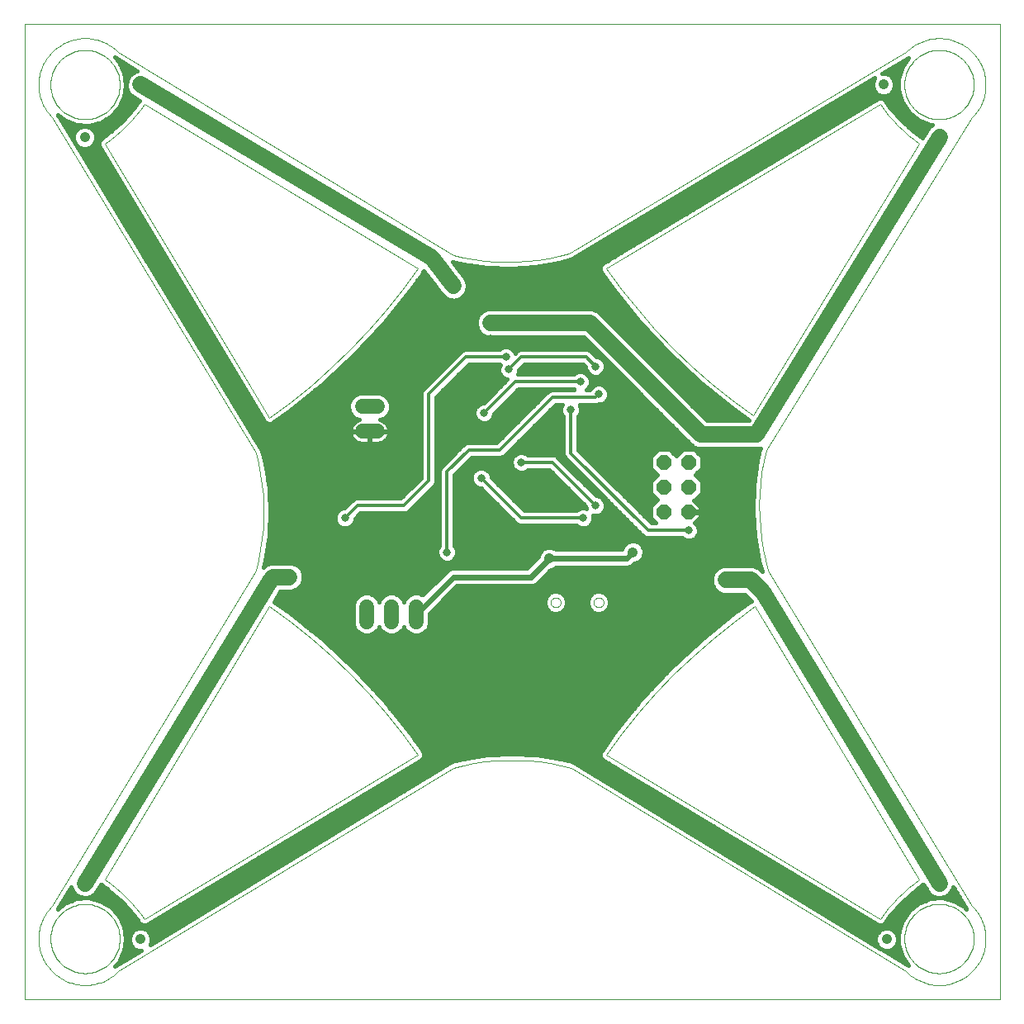
<source format=gbl>
G75*
G70*
%OFA0B0*%
%FSLAX24Y24*%
%IPPOS*%
%LPD*%
%AMOC8*
5,1,8,0,0,1.08239X$1,22.5*
%
%ADD10C,0.0020*%
%ADD11C,0.0000*%
%ADD12C,0.0600*%
%ADD13OC8,0.0600*%
%ADD14C,0.0317*%
%ADD15C,0.0356*%
%ADD16C,0.0591*%
%ADD17C,0.0413*%
%ADD18C,0.0160*%
%ADD19C,0.0120*%
%ADD20C,0.0660*%
%ADD21C,0.0240*%
D10*
X016086Y010084D02*
X015454Y010945D01*
X014786Y011778D01*
X014082Y012581D01*
X013343Y013352D01*
X012572Y014091D01*
X011769Y014795D01*
X010936Y015463D01*
X010075Y016095D01*
X003446Y005046D01*
X005037Y003455D02*
X016086Y010084D01*
X017500Y009554D02*
X003977Y001334D01*
X001325Y001334D02*
X001262Y001401D01*
X001202Y001471D01*
X001145Y001543D01*
X001092Y001618D01*
X001043Y001696D01*
X000997Y001776D01*
X000956Y001858D01*
X000919Y001942D01*
X000886Y002028D01*
X000857Y002116D01*
X000832Y002204D01*
X000812Y002294D01*
X000796Y002385D01*
X000785Y002476D01*
X000778Y002568D01*
X000776Y002660D01*
X000778Y002752D01*
X000785Y002844D01*
X000796Y002935D01*
X000812Y003026D01*
X000832Y003116D01*
X000857Y003204D01*
X000886Y003292D01*
X000919Y003378D01*
X000956Y003462D01*
X000997Y003544D01*
X001043Y003624D01*
X001092Y003702D01*
X001145Y003777D01*
X001202Y003849D01*
X001262Y003919D01*
X001325Y003986D01*
X009545Y017509D01*
X009545Y022282D02*
X001325Y035805D01*
X001253Y037131D02*
X001255Y037205D01*
X001261Y037280D01*
X001271Y037353D01*
X001285Y037427D01*
X001302Y037499D01*
X001324Y037570D01*
X001349Y037640D01*
X001378Y037709D01*
X001410Y037776D01*
X001447Y037841D01*
X001486Y037904D01*
X001529Y037965D01*
X001575Y038023D01*
X001624Y038079D01*
X001676Y038133D01*
X001730Y038183D01*
X001788Y038231D01*
X001847Y038275D01*
X001909Y038316D01*
X001974Y038354D01*
X002040Y038388D01*
X002107Y038419D01*
X002177Y038446D01*
X002247Y038469D01*
X002319Y038489D01*
X002392Y038505D01*
X002465Y038517D01*
X002539Y038525D01*
X002614Y038529D01*
X002688Y038529D01*
X002763Y038525D01*
X002837Y038517D01*
X002910Y038505D01*
X002983Y038489D01*
X003055Y038469D01*
X003125Y038446D01*
X003195Y038419D01*
X003262Y038388D01*
X003328Y038354D01*
X003393Y038316D01*
X003455Y038275D01*
X003514Y038231D01*
X003572Y038183D01*
X003626Y038133D01*
X003678Y038079D01*
X003727Y038023D01*
X003773Y037965D01*
X003816Y037904D01*
X003855Y037841D01*
X003892Y037776D01*
X003924Y037709D01*
X003953Y037640D01*
X003978Y037570D01*
X004000Y037499D01*
X004017Y037427D01*
X004031Y037353D01*
X004041Y037280D01*
X004047Y037205D01*
X004049Y037131D01*
X004047Y037057D01*
X004041Y036982D01*
X004031Y036909D01*
X004017Y036835D01*
X004000Y036763D01*
X003978Y036692D01*
X003953Y036622D01*
X003924Y036553D01*
X003892Y036486D01*
X003855Y036421D01*
X003816Y036358D01*
X003773Y036297D01*
X003727Y036239D01*
X003678Y036183D01*
X003626Y036129D01*
X003572Y036079D01*
X003514Y036031D01*
X003455Y035987D01*
X003393Y035946D01*
X003328Y035908D01*
X003262Y035874D01*
X003195Y035843D01*
X003125Y035816D01*
X003055Y035793D01*
X002983Y035773D01*
X002910Y035757D01*
X002837Y035745D01*
X002763Y035737D01*
X002688Y035733D01*
X002614Y035733D01*
X002539Y035737D01*
X002465Y035745D01*
X002392Y035757D01*
X002319Y035773D01*
X002247Y035793D01*
X002177Y035816D01*
X002107Y035843D01*
X002040Y035874D01*
X001974Y035908D01*
X001909Y035946D01*
X001847Y035987D01*
X001788Y036031D01*
X001730Y036079D01*
X001676Y036129D01*
X001624Y036183D01*
X001575Y036239D01*
X001529Y036297D01*
X001486Y036358D01*
X001447Y036421D01*
X001410Y036486D01*
X001378Y036553D01*
X001349Y036622D01*
X001324Y036692D01*
X001302Y036763D01*
X001285Y036835D01*
X001271Y036909D01*
X001261Y036982D01*
X001255Y037057D01*
X001253Y037131D01*
X001325Y038457D02*
X001390Y038518D01*
X001457Y038577D01*
X001527Y038632D01*
X001600Y038684D01*
X001675Y038732D01*
X001752Y038777D01*
X001832Y038818D01*
X001913Y038855D01*
X001996Y038888D01*
X002080Y038917D01*
X002166Y038942D01*
X002252Y038963D01*
X002340Y038980D01*
X002428Y038993D01*
X002517Y039001D01*
X002606Y039005D01*
X002696Y039005D01*
X002785Y039001D01*
X002874Y038993D01*
X002962Y038980D01*
X003050Y038963D01*
X003136Y038942D01*
X003222Y038917D01*
X003306Y038888D01*
X003389Y038855D01*
X003470Y038818D01*
X003550Y038777D01*
X003627Y038732D01*
X003702Y038684D01*
X003775Y038632D01*
X003845Y038577D01*
X003912Y038518D01*
X003977Y038457D01*
X017500Y030237D01*
X016086Y029707D02*
X005037Y036336D01*
X003446Y034745D02*
X010075Y023696D01*
X009545Y022281D02*
X009648Y021855D01*
X009731Y021424D01*
X009794Y020990D01*
X009836Y020553D01*
X009856Y020114D01*
X009856Y019676D01*
X009836Y019237D01*
X009794Y018800D01*
X009731Y018366D01*
X009648Y017935D01*
X009545Y017509D01*
X022273Y009554D02*
X035796Y001334D01*
X035861Y001273D01*
X035928Y001214D01*
X035998Y001159D01*
X036071Y001107D01*
X036146Y001059D01*
X036223Y001014D01*
X036303Y000973D01*
X036384Y000936D01*
X036467Y000903D01*
X036551Y000874D01*
X036637Y000849D01*
X036723Y000828D01*
X036811Y000811D01*
X036899Y000798D01*
X036988Y000790D01*
X037077Y000786D01*
X037167Y000786D01*
X037256Y000790D01*
X037345Y000798D01*
X037433Y000811D01*
X037521Y000828D01*
X037607Y000849D01*
X037693Y000874D01*
X037777Y000903D01*
X037860Y000936D01*
X037941Y000973D01*
X038021Y001014D01*
X038098Y001059D01*
X038173Y001107D01*
X038246Y001159D01*
X038316Y001214D01*
X038383Y001273D01*
X038448Y001334D01*
X038509Y001399D01*
X038568Y001466D01*
X038623Y001536D01*
X038675Y001609D01*
X038723Y001684D01*
X038768Y001761D01*
X038809Y001841D01*
X038846Y001922D01*
X038879Y002005D01*
X038908Y002089D01*
X038933Y002175D01*
X038954Y002261D01*
X038971Y002349D01*
X038984Y002437D01*
X038992Y002526D01*
X038996Y002615D01*
X038996Y002705D01*
X038992Y002794D01*
X038984Y002883D01*
X038971Y002971D01*
X038954Y003059D01*
X038933Y003145D01*
X038908Y003231D01*
X038879Y003315D01*
X038846Y003398D01*
X038809Y003479D01*
X038768Y003559D01*
X038723Y003636D01*
X038675Y003711D01*
X038623Y003784D01*
X038568Y003854D01*
X038509Y003921D01*
X038448Y003986D01*
X030228Y017509D01*
X029698Y016095D02*
X036327Y005046D01*
X034736Y003455D02*
X023687Y010084D01*
X022273Y009554D02*
X021846Y009657D01*
X021415Y009740D01*
X020981Y009803D01*
X020544Y009845D01*
X020105Y009865D01*
X019667Y009865D01*
X019228Y009845D01*
X018791Y009803D01*
X018357Y009740D01*
X017926Y009657D01*
X017499Y009554D01*
X029609Y023785D02*
X036327Y034745D01*
X034736Y036336D02*
X023687Y029707D01*
X022185Y030325D02*
X035796Y038457D01*
X035724Y037131D02*
X035726Y037205D01*
X035732Y037280D01*
X035742Y037353D01*
X035756Y037427D01*
X035773Y037499D01*
X035795Y037570D01*
X035820Y037640D01*
X035849Y037709D01*
X035881Y037776D01*
X035918Y037841D01*
X035957Y037904D01*
X036000Y037965D01*
X036046Y038023D01*
X036095Y038079D01*
X036147Y038133D01*
X036201Y038183D01*
X036259Y038231D01*
X036318Y038275D01*
X036380Y038316D01*
X036445Y038354D01*
X036511Y038388D01*
X036578Y038419D01*
X036648Y038446D01*
X036718Y038469D01*
X036790Y038489D01*
X036863Y038505D01*
X036936Y038517D01*
X037010Y038525D01*
X037085Y038529D01*
X037159Y038529D01*
X037234Y038525D01*
X037308Y038517D01*
X037381Y038505D01*
X037454Y038489D01*
X037526Y038469D01*
X037596Y038446D01*
X037666Y038419D01*
X037733Y038388D01*
X037799Y038354D01*
X037864Y038316D01*
X037926Y038275D01*
X037985Y038231D01*
X038043Y038183D01*
X038097Y038133D01*
X038149Y038079D01*
X038198Y038023D01*
X038244Y037965D01*
X038287Y037904D01*
X038326Y037841D01*
X038363Y037776D01*
X038395Y037709D01*
X038424Y037640D01*
X038449Y037570D01*
X038471Y037499D01*
X038488Y037427D01*
X038502Y037353D01*
X038512Y037280D01*
X038518Y037205D01*
X038520Y037131D01*
X038518Y037057D01*
X038512Y036982D01*
X038502Y036909D01*
X038488Y036835D01*
X038471Y036763D01*
X038449Y036692D01*
X038424Y036622D01*
X038395Y036553D01*
X038363Y036486D01*
X038326Y036421D01*
X038287Y036358D01*
X038244Y036297D01*
X038198Y036239D01*
X038149Y036183D01*
X038097Y036129D01*
X038043Y036079D01*
X037985Y036031D01*
X037926Y035987D01*
X037864Y035946D01*
X037799Y035908D01*
X037733Y035874D01*
X037666Y035843D01*
X037596Y035816D01*
X037526Y035793D01*
X037454Y035773D01*
X037381Y035757D01*
X037308Y035745D01*
X037234Y035737D01*
X037159Y035733D01*
X037085Y035733D01*
X037010Y035737D01*
X036936Y035745D01*
X036863Y035757D01*
X036790Y035773D01*
X036718Y035793D01*
X036648Y035816D01*
X036578Y035843D01*
X036511Y035874D01*
X036445Y035908D01*
X036380Y035946D01*
X036318Y035987D01*
X036259Y036031D01*
X036201Y036079D01*
X036147Y036129D01*
X036095Y036183D01*
X036046Y036239D01*
X036000Y036297D01*
X035957Y036358D01*
X035918Y036421D01*
X035881Y036486D01*
X035849Y036553D01*
X035820Y036622D01*
X035795Y036692D01*
X035773Y036763D01*
X035756Y036835D01*
X035742Y036909D01*
X035732Y036982D01*
X035726Y037057D01*
X035724Y037131D01*
X035796Y038457D02*
X035863Y038520D01*
X035933Y038580D01*
X036005Y038637D01*
X036080Y038690D01*
X036158Y038739D01*
X036238Y038785D01*
X036320Y038826D01*
X036404Y038863D01*
X036490Y038896D01*
X036578Y038925D01*
X036666Y038950D01*
X036756Y038970D01*
X036847Y038986D01*
X036938Y038997D01*
X037030Y039004D01*
X037122Y039006D01*
X037214Y039004D01*
X037306Y038997D01*
X037397Y038986D01*
X037488Y038970D01*
X037578Y038950D01*
X037666Y038925D01*
X037754Y038896D01*
X037840Y038863D01*
X037924Y038826D01*
X038006Y038785D01*
X038086Y038739D01*
X038164Y038690D01*
X038239Y038637D01*
X038311Y038580D01*
X038381Y038520D01*
X038448Y038457D01*
X038509Y038392D01*
X038568Y038325D01*
X038623Y038255D01*
X038675Y038182D01*
X038723Y038107D01*
X038768Y038030D01*
X038809Y037950D01*
X038846Y037869D01*
X038879Y037786D01*
X038908Y037702D01*
X038933Y037616D01*
X038954Y037530D01*
X038971Y037442D01*
X038984Y037354D01*
X038992Y037265D01*
X038996Y037176D01*
X038996Y037086D01*
X038992Y036997D01*
X038984Y036908D01*
X038971Y036820D01*
X038954Y036732D01*
X038933Y036646D01*
X038908Y036560D01*
X038879Y036476D01*
X038846Y036393D01*
X038809Y036312D01*
X038768Y036232D01*
X038723Y036155D01*
X038675Y036080D01*
X038623Y036007D01*
X038568Y035937D01*
X038509Y035870D01*
X038448Y035805D01*
X036327Y034745D02*
X036099Y034912D01*
X035878Y035089D01*
X035666Y035275D01*
X035462Y035471D01*
X035266Y035675D01*
X035080Y035887D01*
X034903Y036108D01*
X034736Y036336D01*
X023687Y029706D02*
X024309Y028858D01*
X024968Y028037D01*
X025662Y027246D01*
X026389Y026486D01*
X027149Y025759D01*
X027940Y025065D01*
X028761Y024406D01*
X029609Y023784D01*
X030139Y022371D02*
X030042Y021934D01*
X029965Y021494D01*
X029910Y021050D01*
X029875Y020605D01*
X029862Y020158D01*
X029870Y019711D01*
X029900Y019265D01*
X029950Y018821D01*
X030022Y018379D01*
X030114Y017942D01*
X030228Y017509D01*
X035724Y002660D02*
X035726Y002734D01*
X035732Y002809D01*
X035742Y002882D01*
X035756Y002956D01*
X035773Y003028D01*
X035795Y003099D01*
X035820Y003169D01*
X035849Y003238D01*
X035881Y003305D01*
X035918Y003370D01*
X035957Y003433D01*
X036000Y003494D01*
X036046Y003552D01*
X036095Y003608D01*
X036147Y003662D01*
X036201Y003712D01*
X036259Y003760D01*
X036318Y003804D01*
X036380Y003845D01*
X036445Y003883D01*
X036511Y003917D01*
X036578Y003948D01*
X036648Y003975D01*
X036718Y003998D01*
X036790Y004018D01*
X036863Y004034D01*
X036936Y004046D01*
X037010Y004054D01*
X037085Y004058D01*
X037159Y004058D01*
X037234Y004054D01*
X037308Y004046D01*
X037381Y004034D01*
X037454Y004018D01*
X037526Y003998D01*
X037596Y003975D01*
X037666Y003948D01*
X037733Y003917D01*
X037799Y003883D01*
X037864Y003845D01*
X037926Y003804D01*
X037985Y003760D01*
X038043Y003712D01*
X038097Y003662D01*
X038149Y003608D01*
X038198Y003552D01*
X038244Y003494D01*
X038287Y003433D01*
X038326Y003370D01*
X038363Y003305D01*
X038395Y003238D01*
X038424Y003169D01*
X038449Y003099D01*
X038471Y003028D01*
X038488Y002956D01*
X038502Y002882D01*
X038512Y002809D01*
X038518Y002734D01*
X038520Y002660D01*
X038518Y002586D01*
X038512Y002511D01*
X038502Y002438D01*
X038488Y002364D01*
X038471Y002292D01*
X038449Y002221D01*
X038424Y002151D01*
X038395Y002082D01*
X038363Y002015D01*
X038326Y001950D01*
X038287Y001887D01*
X038244Y001826D01*
X038198Y001768D01*
X038149Y001712D01*
X038097Y001658D01*
X038043Y001608D01*
X037985Y001560D01*
X037926Y001516D01*
X037864Y001475D01*
X037799Y001437D01*
X037733Y001403D01*
X037666Y001372D01*
X037596Y001345D01*
X037526Y001322D01*
X037454Y001302D01*
X037381Y001286D01*
X037308Y001274D01*
X037234Y001266D01*
X037159Y001262D01*
X037085Y001262D01*
X037010Y001266D01*
X036936Y001274D01*
X036863Y001286D01*
X036790Y001302D01*
X036718Y001322D01*
X036648Y001345D01*
X036578Y001372D01*
X036511Y001403D01*
X036445Y001437D01*
X036380Y001475D01*
X036318Y001516D01*
X036259Y001560D01*
X036201Y001608D01*
X036147Y001658D01*
X036095Y001712D01*
X036046Y001768D01*
X036000Y001826D01*
X035957Y001887D01*
X035918Y001950D01*
X035881Y002015D01*
X035849Y002082D01*
X035820Y002151D01*
X035795Y002221D01*
X035773Y002292D01*
X035756Y002364D01*
X035742Y002438D01*
X035732Y002511D01*
X035726Y002586D01*
X035724Y002660D01*
X034737Y003455D02*
X034904Y003683D01*
X035081Y003903D01*
X035267Y004115D01*
X035462Y004320D01*
X035667Y004515D01*
X035879Y004701D01*
X036099Y004878D01*
X036327Y005045D01*
X029698Y016095D02*
X028837Y015463D01*
X028004Y014795D01*
X027201Y014091D01*
X026430Y013352D01*
X025691Y012581D01*
X024987Y011778D01*
X024319Y010945D01*
X023687Y010084D01*
X003977Y001334D02*
X003910Y001271D01*
X003840Y001211D01*
X003768Y001154D01*
X003693Y001101D01*
X003615Y001052D01*
X003535Y001006D01*
X003453Y000965D01*
X003369Y000928D01*
X003283Y000895D01*
X003195Y000866D01*
X003107Y000841D01*
X003017Y000821D01*
X002926Y000805D01*
X002835Y000794D01*
X002743Y000787D01*
X002651Y000785D01*
X002559Y000787D01*
X002467Y000794D01*
X002376Y000805D01*
X002285Y000821D01*
X002195Y000841D01*
X002107Y000866D01*
X002019Y000895D01*
X001933Y000928D01*
X001849Y000965D01*
X001767Y001006D01*
X001687Y001052D01*
X001609Y001101D01*
X001534Y001154D01*
X001462Y001211D01*
X001392Y001271D01*
X001325Y001334D01*
X001253Y002660D02*
X001255Y002734D01*
X001261Y002809D01*
X001271Y002882D01*
X001285Y002956D01*
X001302Y003028D01*
X001324Y003099D01*
X001349Y003169D01*
X001378Y003238D01*
X001410Y003305D01*
X001447Y003370D01*
X001486Y003433D01*
X001529Y003494D01*
X001575Y003552D01*
X001624Y003608D01*
X001676Y003662D01*
X001730Y003712D01*
X001788Y003760D01*
X001847Y003804D01*
X001909Y003845D01*
X001974Y003883D01*
X002040Y003917D01*
X002107Y003948D01*
X002177Y003975D01*
X002247Y003998D01*
X002319Y004018D01*
X002392Y004034D01*
X002465Y004046D01*
X002539Y004054D01*
X002614Y004058D01*
X002688Y004058D01*
X002763Y004054D01*
X002837Y004046D01*
X002910Y004034D01*
X002983Y004018D01*
X003055Y003998D01*
X003125Y003975D01*
X003195Y003948D01*
X003262Y003917D01*
X003328Y003883D01*
X003393Y003845D01*
X003455Y003804D01*
X003514Y003760D01*
X003572Y003712D01*
X003626Y003662D01*
X003678Y003608D01*
X003727Y003552D01*
X003773Y003494D01*
X003816Y003433D01*
X003855Y003370D01*
X003892Y003305D01*
X003924Y003238D01*
X003953Y003169D01*
X003978Y003099D01*
X004000Y003028D01*
X004017Y002956D01*
X004031Y002882D01*
X004041Y002809D01*
X004047Y002734D01*
X004049Y002660D01*
X004047Y002586D01*
X004041Y002511D01*
X004031Y002438D01*
X004017Y002364D01*
X004000Y002292D01*
X003978Y002221D01*
X003953Y002151D01*
X003924Y002082D01*
X003892Y002015D01*
X003855Y001950D01*
X003816Y001887D01*
X003773Y001826D01*
X003727Y001768D01*
X003678Y001712D01*
X003626Y001658D01*
X003572Y001608D01*
X003514Y001560D01*
X003455Y001516D01*
X003393Y001475D01*
X003328Y001437D01*
X003262Y001403D01*
X003195Y001372D01*
X003125Y001345D01*
X003055Y001322D01*
X002983Y001302D01*
X002910Y001286D01*
X002837Y001274D01*
X002763Y001266D01*
X002688Y001262D01*
X002614Y001262D01*
X002539Y001266D01*
X002465Y001274D01*
X002392Y001286D01*
X002319Y001302D01*
X002247Y001322D01*
X002177Y001345D01*
X002107Y001372D01*
X002040Y001403D01*
X001974Y001437D01*
X001909Y001475D01*
X001847Y001516D01*
X001788Y001560D01*
X001730Y001608D01*
X001676Y001658D01*
X001624Y001712D01*
X001575Y001768D01*
X001529Y001826D01*
X001486Y001887D01*
X001447Y001950D01*
X001410Y002015D01*
X001378Y002082D01*
X001349Y002151D01*
X001324Y002221D01*
X001302Y002292D01*
X001285Y002364D01*
X001271Y002438D01*
X001261Y002511D01*
X001255Y002586D01*
X001253Y002660D01*
X003446Y005045D02*
X003674Y004878D01*
X003894Y004701D01*
X004106Y004515D01*
X004311Y004320D01*
X004506Y004115D01*
X004692Y003903D01*
X004869Y003683D01*
X005036Y003455D01*
X001325Y035805D02*
X001262Y035872D01*
X001202Y035942D01*
X001145Y036014D01*
X001092Y036089D01*
X001043Y036167D01*
X000997Y036247D01*
X000956Y036329D01*
X000919Y036413D01*
X000886Y036499D01*
X000857Y036587D01*
X000832Y036675D01*
X000812Y036765D01*
X000796Y036856D01*
X000785Y036947D01*
X000778Y037039D01*
X000776Y037131D01*
X000778Y037223D01*
X000785Y037315D01*
X000796Y037406D01*
X000812Y037497D01*
X000832Y037587D01*
X000857Y037675D01*
X000886Y037763D01*
X000919Y037849D01*
X000956Y037933D01*
X000997Y038015D01*
X001043Y038095D01*
X001092Y038173D01*
X001145Y038248D01*
X001202Y038320D01*
X001262Y038390D01*
X001325Y038457D01*
X003446Y034745D02*
X003674Y034912D01*
X003895Y035089D01*
X004107Y035275D01*
X004311Y035471D01*
X004507Y035675D01*
X004693Y035887D01*
X004870Y036108D01*
X005037Y036336D01*
X016086Y029707D02*
X015454Y028846D01*
X014786Y028013D01*
X014082Y027210D01*
X013343Y026439D01*
X012572Y025700D01*
X011769Y024996D01*
X010936Y024328D01*
X010075Y023696D01*
X017500Y030237D02*
X017920Y030143D01*
X018345Y030070D01*
X018772Y030016D01*
X019202Y029983D01*
X019632Y029971D01*
X020063Y029979D01*
X020493Y030008D01*
X020921Y030057D01*
X021346Y030126D01*
X021768Y030216D01*
X022184Y030325D01*
D11*
X039570Y000200D02*
X000200Y000200D01*
X000200Y039570D01*
X039570Y039570D01*
X039570Y000200D01*
X023179Y016232D02*
X023181Y016259D01*
X023187Y016286D01*
X023196Y016312D01*
X023209Y016336D01*
X023225Y016359D01*
X023244Y016378D01*
X023266Y016395D01*
X023290Y016409D01*
X023315Y016419D01*
X023342Y016426D01*
X023369Y016429D01*
X023397Y016428D01*
X023424Y016423D01*
X023450Y016415D01*
X023474Y016403D01*
X023497Y016387D01*
X023518Y016369D01*
X023535Y016348D01*
X023550Y016324D01*
X023561Y016299D01*
X023569Y016273D01*
X023573Y016246D01*
X023573Y016218D01*
X023569Y016191D01*
X023561Y016165D01*
X023550Y016140D01*
X023535Y016116D01*
X023518Y016095D01*
X023497Y016077D01*
X023475Y016061D01*
X023450Y016049D01*
X023424Y016041D01*
X023397Y016036D01*
X023369Y016035D01*
X023342Y016038D01*
X023315Y016045D01*
X023290Y016055D01*
X023266Y016069D01*
X023244Y016086D01*
X023225Y016105D01*
X023209Y016128D01*
X023196Y016152D01*
X023187Y016178D01*
X023181Y016205D01*
X023179Y016232D01*
X021447Y016232D02*
X021449Y016259D01*
X021455Y016286D01*
X021464Y016312D01*
X021477Y016336D01*
X021493Y016359D01*
X021512Y016378D01*
X021534Y016395D01*
X021558Y016409D01*
X021583Y016419D01*
X021610Y016426D01*
X021637Y016429D01*
X021665Y016428D01*
X021692Y016423D01*
X021718Y016415D01*
X021742Y016403D01*
X021765Y016387D01*
X021786Y016369D01*
X021803Y016348D01*
X021818Y016324D01*
X021829Y016299D01*
X021837Y016273D01*
X021841Y016246D01*
X021841Y016218D01*
X021837Y016191D01*
X021829Y016165D01*
X021818Y016140D01*
X021803Y016116D01*
X021786Y016095D01*
X021765Y016077D01*
X021743Y016061D01*
X021718Y016049D01*
X021692Y016041D01*
X021665Y016036D01*
X021637Y016035D01*
X021610Y016038D01*
X021583Y016045D01*
X021558Y016055D01*
X021534Y016069D01*
X021512Y016086D01*
X021493Y016105D01*
X021477Y016128D01*
X021464Y016152D01*
X021455Y016178D01*
X021449Y016205D01*
X021447Y016232D01*
X030140Y022370D02*
X038448Y035805D01*
D12*
X016010Y016060D02*
X016010Y015460D01*
X015010Y015460D02*
X015010Y016060D01*
X014010Y016060D02*
X014010Y015460D01*
X013835Y023135D02*
X014435Y023135D01*
X014435Y024135D02*
X013835Y024135D01*
D13*
X026010Y021885D03*
X027010Y021885D03*
X027010Y020885D03*
X027010Y019885D03*
X026010Y019885D03*
X026010Y020885D03*
D14*
X027010Y019135D03*
X023260Y020135D03*
X022760Y019635D03*
X020385Y018385D03*
X018135Y020760D03*
X018635Y021260D03*
X017135Y022260D03*
X018760Y023885D03*
X019385Y025135D03*
X019760Y025635D03*
X019635Y026135D03*
X022260Y024010D03*
X022635Y025135D03*
X023260Y025760D03*
X024010Y025260D03*
X023385Y024635D03*
X020260Y021885D03*
X017260Y018260D03*
X013135Y019635D03*
X013385Y015010D03*
X013885Y025635D03*
X026260Y015135D03*
D15*
X023510Y022760D03*
X024510Y023885D03*
X021635Y024010D03*
X027510Y024260D03*
D16*
X027510Y023010D03*
X028510Y017135D03*
X019010Y026760D03*
X019010Y027510D03*
X017510Y029010D03*
X021010Y028760D03*
X011510Y020260D03*
X010885Y017260D03*
D17*
X018135Y018135D03*
X021385Y018010D03*
X024760Y018260D03*
X037135Y004885D03*
X035010Y002635D03*
X004885Y002635D03*
X002635Y004885D03*
X002635Y035010D03*
X004885Y037135D03*
X034885Y037135D03*
X037135Y035010D03*
D18*
X036619Y035260D02*
X036074Y035260D01*
X036180Y035166D02*
X035638Y035647D01*
X035157Y036188D01*
X034944Y036474D01*
X034925Y036507D01*
X034917Y036512D01*
X034912Y036520D01*
X034877Y036542D01*
X034845Y036566D01*
X034836Y036568D01*
X034828Y036573D01*
X034788Y036580D01*
X034748Y036590D01*
X034739Y036589D01*
X034730Y036591D01*
X034690Y036582D01*
X034650Y036576D01*
X034642Y036571D01*
X034633Y036569D01*
X034600Y036546D01*
X023593Y029942D01*
X023585Y029940D01*
X023551Y029916D01*
X023516Y029895D01*
X023511Y029888D01*
X023503Y029883D01*
X023481Y029848D01*
X023457Y029815D01*
X023455Y029807D01*
X023450Y029799D01*
X023443Y029759D01*
X023433Y029719D01*
X023434Y029710D01*
X023432Y029701D01*
X023441Y029661D01*
X023447Y029621D01*
X023452Y029613D01*
X023454Y029604D01*
X023477Y029570D01*
X023498Y029535D01*
X023506Y029530D01*
X023970Y028866D01*
X025041Y027544D01*
X025041Y027544D01*
X026202Y026299D01*
X027446Y025139D01*
X028769Y024068D01*
X028769Y024068D01*
X029432Y023604D01*
X029436Y023597D01*
X029448Y023590D01*
X029441Y023580D01*
X027746Y023580D01*
X023333Y027993D01*
X023123Y028080D01*
X018897Y028080D01*
X018687Y027993D01*
X018527Y027833D01*
X018440Y027623D01*
X018440Y027397D01*
X018527Y027187D01*
X018687Y027027D01*
X018897Y026940D01*
X022774Y026940D01*
X027027Y022687D01*
X027187Y022527D01*
X027397Y022440D01*
X029715Y022440D01*
X029782Y022429D01*
X029827Y022440D01*
X029873Y022440D01*
X029902Y022452D01*
X029897Y022431D01*
X029775Y021940D01*
X029635Y020939D01*
X029601Y019929D01*
X029672Y018921D01*
X029848Y017926D01*
X029848Y017926D01*
X029978Y017473D01*
X029833Y017618D01*
X029623Y017705D01*
X028397Y017705D01*
X028187Y017618D01*
X028027Y017458D01*
X027940Y017248D01*
X027940Y017022D01*
X028027Y016812D01*
X028187Y016652D01*
X028397Y016565D01*
X029274Y016565D01*
X029544Y016294D01*
X029526Y016284D01*
X029521Y016276D01*
X028847Y015804D01*
X027505Y014718D01*
X026242Y013540D01*
X025064Y012277D01*
X023978Y010935D01*
X023506Y010261D01*
X023498Y010256D01*
X023477Y010221D01*
X023454Y010187D01*
X023452Y010178D01*
X023447Y010170D01*
X023441Y010130D01*
X023432Y010090D01*
X023434Y010081D01*
X023433Y010072D01*
X023443Y010032D01*
X023450Y009992D01*
X023455Y009984D01*
X023457Y009975D01*
X023481Y009943D01*
X023503Y009908D01*
X023511Y009903D01*
X023516Y009896D01*
X023551Y009874D01*
X023585Y009851D01*
X023593Y009849D01*
X034600Y003245D01*
X034633Y003222D01*
X034642Y003220D01*
X034650Y003215D01*
X034690Y003209D01*
X034730Y003200D01*
X034739Y003202D01*
X034748Y003201D01*
X034788Y003211D01*
X034828Y003218D01*
X034836Y003223D01*
X034845Y003225D01*
X034878Y003249D01*
X034912Y003271D01*
X034917Y003279D01*
X034925Y003284D01*
X034944Y003317D01*
X035157Y003602D01*
X035638Y004144D01*
X036180Y004625D01*
X036465Y004838D01*
X036489Y004852D01*
X036706Y004493D01*
X036889Y004358D01*
X037109Y004304D01*
X037334Y004339D01*
X037527Y004456D01*
X037662Y004639D01*
X037689Y004752D01*
X038224Y003872D01*
X038228Y003863D01*
X038150Y003948D01*
X038150Y003948D01*
X037724Y004193D01*
X037245Y004303D01*
X036756Y004266D01*
X036298Y004087D01*
X036298Y004087D01*
X035914Y003780D01*
X035638Y003375D01*
X035638Y003375D01*
X035493Y002905D01*
X035493Y002414D01*
X035638Y001945D01*
X035638Y001945D01*
X035896Y001566D01*
X034767Y002252D01*
X034921Y002188D01*
X035099Y002188D01*
X035263Y002256D01*
X035389Y002382D01*
X035457Y002546D01*
X035457Y002724D01*
X035389Y002888D01*
X035263Y003014D01*
X035099Y003082D01*
X034921Y003082D01*
X034757Y003014D01*
X034631Y002888D01*
X034563Y002724D01*
X034563Y002546D01*
X034631Y002382D01*
X034752Y002261D01*
X022414Y009761D01*
X022386Y009783D01*
X022372Y009786D01*
X022360Y009793D01*
X022325Y009799D01*
X021858Y009924D01*
X020878Y010079D01*
X019886Y010131D01*
X018895Y010079D01*
X017915Y009924D01*
X017448Y009799D01*
X017413Y009793D01*
X017401Y009786D01*
X017387Y009783D01*
X017359Y009761D01*
X005279Y002418D01*
X005332Y002546D01*
X005332Y002724D01*
X005264Y002888D01*
X005138Y003014D01*
X004974Y003082D01*
X004796Y003082D01*
X004632Y003014D01*
X004506Y002888D01*
X004438Y002724D01*
X004438Y002546D01*
X004506Y002382D01*
X004632Y002256D01*
X004796Y002188D01*
X004901Y002188D01*
X003863Y001557D01*
X003843Y001549D01*
X004012Y001732D01*
X004225Y002174D01*
X004298Y002660D01*
X004225Y003145D01*
X004225Y003145D01*
X004012Y003588D01*
X003678Y003948D01*
X003253Y004193D01*
X003253Y004193D01*
X002774Y004303D01*
X002284Y004266D01*
X001827Y004087D01*
X001827Y004087D01*
X001544Y003861D01*
X001549Y003872D01*
X002081Y004749D01*
X002107Y004641D01*
X002241Y004458D01*
X002434Y004340D01*
X002658Y004304D01*
X002879Y004357D01*
X003062Y004491D01*
X003283Y004852D01*
X003308Y004838D01*
X003593Y004625D01*
X004135Y004144D01*
X004616Y003602D01*
X004829Y003317D01*
X004848Y003284D01*
X004856Y003279D01*
X004861Y003271D01*
X004895Y003249D01*
X004928Y003225D01*
X004937Y003223D01*
X004945Y003218D01*
X004985Y003211D01*
X005025Y003201D01*
X005034Y003202D01*
X005043Y003200D01*
X005083Y003209D01*
X005123Y003215D01*
X005131Y003220D01*
X005140Y003222D01*
X005173Y003245D01*
X016180Y009849D01*
X016188Y009851D01*
X016222Y009874D01*
X016257Y009896D01*
X016262Y009903D01*
X016270Y009908D01*
X016292Y009943D01*
X016316Y009975D01*
X016318Y009984D01*
X016323Y009992D01*
X016330Y010032D01*
X016340Y010072D01*
X016339Y010081D01*
X016341Y010090D01*
X016332Y010130D01*
X016326Y010170D01*
X016321Y010178D01*
X016319Y010187D01*
X016296Y010221D01*
X016275Y010256D01*
X016267Y010261D01*
X015795Y010935D01*
X014709Y012277D01*
X013531Y013540D01*
X012268Y014718D01*
X010926Y015804D01*
X010270Y016264D01*
X010531Y016690D01*
X010998Y016690D01*
X011208Y016777D01*
X011368Y016937D01*
X011455Y017147D01*
X011455Y017373D01*
X011368Y017583D01*
X011208Y017743D01*
X010998Y017830D01*
X010147Y017830D01*
X009937Y017743D01*
X009841Y017647D01*
X009915Y017924D01*
X010070Y018904D01*
X010070Y018904D01*
X010122Y019895D01*
X010122Y019895D01*
X010070Y020887D01*
X009915Y021867D01*
X009915Y021867D01*
X009790Y022334D01*
X009785Y022369D01*
X009777Y022381D01*
X009774Y022395D01*
X009752Y022423D01*
X001549Y035919D01*
X001544Y035930D01*
X001827Y035704D01*
X002284Y035525D01*
X002284Y035525D01*
X002774Y035488D01*
X003253Y035597D01*
X003678Y035843D01*
X003678Y035843D01*
X004012Y036203D01*
X004225Y036645D01*
X004225Y036645D01*
X004298Y037131D01*
X004225Y037617D01*
X004012Y038059D01*
X003843Y038242D01*
X003863Y038233D01*
X004756Y037690D01*
X004635Y037660D01*
X004453Y037524D01*
X004337Y037329D01*
X004305Y037105D01*
X004360Y036885D01*
X004496Y036703D01*
X004842Y036497D01*
X004829Y036474D01*
X004616Y036188D01*
X004135Y035647D01*
X003593Y035166D01*
X003308Y034953D01*
X003275Y034933D01*
X003270Y034926D01*
X003262Y034921D01*
X003240Y034886D01*
X003216Y034854D01*
X003214Y034845D01*
X003209Y034837D01*
X003202Y034797D01*
X003192Y034757D01*
X003193Y034748D01*
X003191Y034739D01*
X003200Y034699D01*
X003206Y034659D01*
X003211Y034651D01*
X003213Y034642D01*
X003236Y034609D01*
X009840Y023602D01*
X009842Y023593D01*
X009866Y023560D01*
X009887Y023525D01*
X009894Y023519D01*
X009899Y023512D01*
X009934Y023490D01*
X009967Y023466D01*
X009975Y023463D01*
X009983Y023459D01*
X010023Y023451D01*
X010063Y023442D01*
X010072Y023443D01*
X010081Y023441D01*
X010121Y023450D01*
X010161Y023456D01*
X010169Y023461D01*
X010178Y023463D01*
X010212Y023486D01*
X010247Y023507D01*
X010252Y023515D01*
X010926Y023987D01*
X012268Y025073D01*
X013531Y026251D01*
X014709Y027514D01*
X015795Y028856D01*
X016267Y029530D01*
X016275Y029535D01*
X016296Y029570D01*
X016319Y029604D01*
X016321Y029611D01*
X017130Y028571D01*
X017327Y028458D01*
X017552Y028430D01*
X017770Y028490D01*
X017949Y028630D01*
X018062Y028827D01*
X018090Y029052D01*
X018030Y029270D01*
X017473Y029986D01*
X017913Y029877D01*
X017913Y029877D01*
X018879Y029743D01*
X019853Y029710D01*
X019853Y029710D01*
X020826Y029779D01*
X021785Y029950D01*
X021785Y029950D01*
X022238Y030080D01*
X022270Y030085D01*
X022285Y030094D01*
X022302Y030099D01*
X022327Y030119D01*
X034524Y037405D01*
X034506Y037388D01*
X034438Y037224D01*
X034438Y037046D01*
X034506Y036882D01*
X034632Y036756D01*
X034796Y036688D01*
X034974Y036688D01*
X035138Y036756D01*
X035264Y036882D01*
X035332Y037046D01*
X035332Y037224D01*
X035264Y037388D01*
X035138Y037514D01*
X034974Y037582D01*
X034819Y037582D01*
X035897Y038226D01*
X035638Y037846D01*
X035493Y037377D01*
X035493Y036886D01*
X035638Y036416D01*
X035914Y036010D01*
X036298Y035704D01*
X036298Y035704D01*
X036756Y035525D01*
X036863Y035517D01*
X036709Y035405D01*
X036442Y034971D01*
X036180Y035166D01*
X036267Y035101D02*
X036522Y035101D01*
X036727Y035418D02*
X035896Y035418D01*
X035718Y035577D02*
X036624Y035577D01*
X036756Y035525D02*
X036756Y035525D01*
X036260Y035735D02*
X035560Y035735D01*
X035419Y035894D02*
X036061Y035894D01*
X035914Y036010D02*
X035914Y036010D01*
X035914Y036010D01*
X035886Y036052D02*
X035278Y036052D01*
X035140Y036211D02*
X035778Y036211D01*
X035670Y036369D02*
X035022Y036369D01*
X034900Y036528D02*
X035603Y036528D01*
X035638Y036416D02*
X035638Y036416D01*
X035555Y036686D02*
X033319Y036686D01*
X033054Y036528D02*
X034570Y036528D01*
X034305Y036369D02*
X032789Y036369D01*
X032524Y036211D02*
X034041Y036211D01*
X033777Y036052D02*
X032258Y036052D01*
X031993Y035894D02*
X033513Y035894D01*
X033249Y035735D02*
X031728Y035735D01*
X031462Y035577D02*
X032985Y035577D01*
X032720Y035418D02*
X031197Y035418D01*
X030932Y035260D02*
X032456Y035260D01*
X032192Y035101D02*
X030666Y035101D01*
X030401Y034943D02*
X031928Y034943D01*
X031664Y034784D02*
X030136Y034784D01*
X029870Y034626D02*
X031400Y034626D01*
X031135Y034467D02*
X029605Y034467D01*
X029340Y034309D02*
X030871Y034309D01*
X030607Y034150D02*
X029074Y034150D01*
X028809Y033992D02*
X030343Y033992D01*
X030079Y033833D02*
X028544Y033833D01*
X028278Y033675D02*
X029815Y033675D01*
X029550Y033516D02*
X028013Y033516D01*
X027748Y033358D02*
X029286Y033358D01*
X029022Y033199D02*
X027483Y033199D01*
X027217Y033041D02*
X028758Y033041D01*
X028494Y032882D02*
X026952Y032882D01*
X026687Y032724D02*
X028230Y032724D01*
X027965Y032565D02*
X026421Y032565D01*
X026156Y032407D02*
X027701Y032407D01*
X027437Y032248D02*
X025891Y032248D01*
X025625Y032090D02*
X027173Y032090D01*
X026909Y031931D02*
X025360Y031931D01*
X025095Y031773D02*
X026645Y031773D01*
X026380Y031614D02*
X024829Y031614D01*
X024564Y031456D02*
X026116Y031456D01*
X025852Y031297D02*
X024299Y031297D01*
X024033Y031139D02*
X025588Y031139D01*
X025324Y030980D02*
X023768Y030980D01*
X023503Y030822D02*
X025060Y030822D01*
X024795Y030663D02*
X023237Y030663D01*
X022972Y030505D02*
X024531Y030505D01*
X024267Y030346D02*
X022707Y030346D01*
X022442Y030188D02*
X024003Y030188D01*
X023739Y030029D02*
X022060Y030029D01*
X021338Y029871D02*
X023495Y029871D01*
X023434Y029712D02*
X019882Y029712D01*
X019791Y029712D02*
X017686Y029712D01*
X017563Y029871D02*
X017959Y029871D01*
X017809Y029554D02*
X023487Y029554D01*
X023600Y029395D02*
X017933Y029395D01*
X018039Y029237D02*
X023711Y029237D01*
X023822Y029078D02*
X018082Y029078D01*
X018073Y028920D02*
X023933Y028920D01*
X023970Y028866D02*
X023970Y028866D01*
X024056Y028761D02*
X018024Y028761D01*
X017915Y028603D02*
X024184Y028603D01*
X024312Y028444D02*
X017602Y028444D01*
X017442Y028444D02*
X015462Y028444D01*
X015590Y028603D02*
X017105Y028603D01*
X016982Y028761D02*
X015719Y028761D01*
X015795Y028856D02*
X015795Y028856D01*
X015840Y028920D02*
X016858Y028920D01*
X016735Y029078D02*
X015951Y029078D01*
X016062Y029237D02*
X016612Y029237D01*
X016488Y029395D02*
X016173Y029395D01*
X016286Y029554D02*
X016365Y029554D01*
X015333Y028286D02*
X024441Y028286D01*
X024569Y028127D02*
X015205Y028127D01*
X015077Y027969D02*
X018662Y027969D01*
X018517Y027810D02*
X014948Y027810D01*
X014820Y027652D02*
X018452Y027652D01*
X018440Y027493D02*
X014689Y027493D01*
X014709Y027514D02*
X014709Y027514D01*
X014541Y027335D02*
X018466Y027335D01*
X018538Y027176D02*
X014394Y027176D01*
X014246Y027018D02*
X018709Y027018D01*
X018070Y026435D02*
X019372Y026435D01*
X019409Y026473D01*
X019556Y026533D01*
X019714Y026533D01*
X019861Y026473D01*
X019973Y026361D01*
X019999Y026298D01*
X020006Y026305D01*
X020090Y026389D01*
X020200Y026435D01*
X022945Y026435D01*
X023055Y026389D01*
X023286Y026158D01*
X023339Y026158D01*
X023486Y026098D01*
X023598Y025986D01*
X023658Y025839D01*
X023658Y025681D01*
X023598Y025534D01*
X023486Y025422D01*
X023339Y025362D01*
X023181Y025362D01*
X023034Y025422D01*
X022922Y025534D01*
X022862Y025681D01*
X022862Y025734D01*
X022761Y025835D01*
X020384Y025835D01*
X020158Y025609D01*
X020158Y025556D01*
X020108Y025435D01*
X022372Y025435D01*
X022409Y025473D01*
X022556Y025533D01*
X022714Y025533D01*
X022861Y025473D01*
X022973Y025361D01*
X023033Y025214D01*
X023033Y025056D01*
X022973Y024909D01*
X022873Y024810D01*
X023026Y024810D01*
X023047Y024861D01*
X023159Y024973D01*
X023306Y025033D01*
X023464Y025033D01*
X023611Y024973D01*
X023723Y024861D01*
X023783Y024714D01*
X023783Y024556D01*
X023723Y024409D01*
X023611Y024297D01*
X023464Y024237D01*
X023384Y024237D01*
X023320Y024210D01*
X022608Y024210D01*
X022658Y024089D01*
X022658Y023931D01*
X022598Y023784D01*
X022560Y023747D01*
X022560Y022384D01*
X025509Y019435D01*
X025696Y019435D01*
X025470Y019661D01*
X025470Y020109D01*
X025746Y020385D01*
X025470Y020661D01*
X025470Y021109D01*
X025746Y021385D01*
X025470Y021661D01*
X025470Y022109D01*
X025786Y022425D01*
X026234Y022425D01*
X026510Y022149D01*
X026786Y022425D01*
X027234Y022425D01*
X027550Y022109D01*
X027550Y021661D01*
X027274Y021385D01*
X027550Y021109D01*
X027550Y020661D01*
X027234Y020345D01*
X027229Y020345D01*
X027490Y020084D01*
X027490Y019905D01*
X027030Y019905D01*
X027030Y019865D01*
X027490Y019865D01*
X027490Y019686D01*
X027256Y019452D01*
X027348Y019361D01*
X027408Y019214D01*
X027408Y019056D01*
X027348Y018909D01*
X027236Y018797D01*
X027089Y018737D01*
X026931Y018737D01*
X026784Y018797D01*
X026747Y018835D01*
X025325Y018835D01*
X025215Y018881D01*
X025131Y018965D01*
X022090Y022006D01*
X022006Y022090D01*
X021960Y022200D01*
X021960Y023747D01*
X021922Y023784D01*
X021862Y023931D01*
X021862Y024089D01*
X021912Y024210D01*
X021634Y024210D01*
X019639Y022215D01*
X019639Y022215D01*
X019555Y022131D01*
X019445Y022085D01*
X018259Y022085D01*
X017560Y021386D01*
X017560Y018523D01*
X017598Y018486D01*
X017658Y018339D01*
X017658Y018181D01*
X017598Y018034D01*
X017486Y017922D01*
X017339Y017862D01*
X017181Y017862D01*
X017034Y017922D01*
X016922Y018034D01*
X016862Y018181D01*
X016862Y018339D01*
X016922Y018486D01*
X016960Y018523D01*
X016960Y021570D01*
X017006Y021680D01*
X017090Y021764D01*
X017965Y022639D01*
X018075Y022685D01*
X019261Y022685D01*
X021256Y024680D01*
X021256Y024680D01*
X021340Y024764D01*
X021450Y024810D01*
X022397Y024810D01*
X022372Y024835D01*
X020134Y024835D01*
X019158Y023859D01*
X019158Y023806D01*
X019098Y023659D01*
X018986Y023547D01*
X018839Y023487D01*
X018681Y023487D01*
X018534Y023547D01*
X018422Y023659D01*
X018362Y023806D01*
X018362Y023964D01*
X018422Y024111D01*
X018534Y024223D01*
X018681Y024283D01*
X018734Y024283D01*
X019687Y025237D01*
X019681Y025237D01*
X019534Y025297D01*
X019422Y025409D01*
X019362Y025556D01*
X019362Y025714D01*
X019400Y025807D01*
X019372Y025835D01*
X018134Y025835D01*
X016810Y024511D01*
X016810Y021075D01*
X016764Y020965D01*
X015764Y019965D01*
X015680Y019881D01*
X015570Y019835D01*
X013759Y019835D01*
X013533Y019609D01*
X013533Y019556D01*
X013473Y019409D01*
X013361Y019297D01*
X013214Y019237D01*
X013056Y019237D01*
X012909Y019297D01*
X012797Y019409D01*
X012737Y019556D01*
X012737Y019714D01*
X012797Y019861D01*
X012909Y019973D01*
X013056Y020033D01*
X013109Y020033D01*
X013465Y020389D01*
X013575Y020435D01*
X015386Y020435D01*
X016210Y021259D01*
X016210Y024695D01*
X016256Y024805D01*
X016340Y024889D01*
X017840Y026389D01*
X017950Y026435D01*
X018070Y026435D01*
X017834Y026384D02*
X013655Y026384D01*
X013531Y026251D02*
X013531Y026251D01*
X013503Y026225D02*
X017676Y026225D01*
X017517Y026067D02*
X013333Y026067D01*
X013163Y025908D02*
X017359Y025908D01*
X017200Y025750D02*
X012993Y025750D01*
X012823Y025591D02*
X017042Y025591D01*
X016883Y025433D02*
X012653Y025433D01*
X012483Y025274D02*
X016725Y025274D01*
X016566Y025116D02*
X012313Y025116D01*
X012268Y025073D02*
X012268Y025073D01*
X012124Y024957D02*
X016408Y024957D01*
X016253Y024799D02*
X011929Y024799D01*
X011733Y024640D02*
X013643Y024640D01*
X013728Y024675D02*
X013529Y024593D01*
X013377Y024441D01*
X013295Y024242D01*
X013295Y024028D01*
X013377Y023829D01*
X013529Y023677D01*
X013714Y023600D01*
X013651Y023580D01*
X013583Y023546D01*
X013522Y023501D01*
X013469Y023448D01*
X013424Y023387D01*
X013390Y023319D01*
X013367Y023247D01*
X013355Y023173D01*
X013355Y023155D01*
X014115Y023155D01*
X014115Y023115D01*
X014155Y023115D01*
X014155Y023155D01*
X014915Y023155D01*
X014915Y023173D01*
X014903Y023247D01*
X014880Y023319D01*
X014846Y023387D01*
X014801Y023448D01*
X014748Y023501D01*
X014687Y023546D01*
X014619Y023580D01*
X014556Y023600D01*
X014741Y023677D01*
X014893Y023829D01*
X014975Y024028D01*
X014975Y024242D01*
X014893Y024441D01*
X014741Y024593D01*
X014542Y024675D01*
X013728Y024675D01*
X013418Y024482D02*
X011537Y024482D01*
X011341Y024323D02*
X013328Y024323D01*
X013295Y024165D02*
X011146Y024165D01*
X010950Y024006D02*
X013304Y024006D01*
X013370Y023848D02*
X010727Y023848D01*
X010926Y023987D02*
X010926Y023987D01*
X010501Y023689D02*
X013517Y023689D01*
X013563Y023531D02*
X010275Y023531D01*
X009883Y023531D02*
X009079Y023531D01*
X008982Y023689D02*
X009788Y023689D01*
X009693Y023848D02*
X008886Y023848D01*
X008790Y024006D02*
X009598Y024006D01*
X009503Y024165D02*
X008693Y024165D01*
X008597Y024323D02*
X009408Y024323D01*
X009313Y024482D02*
X008501Y024482D01*
X008404Y024640D02*
X009218Y024640D01*
X009122Y024799D02*
X008308Y024799D01*
X008212Y024957D02*
X009027Y024957D01*
X008932Y025116D02*
X008115Y025116D01*
X008019Y025274D02*
X008837Y025274D01*
X008742Y025433D02*
X007923Y025433D01*
X007826Y025591D02*
X008647Y025591D01*
X008552Y025750D02*
X007730Y025750D01*
X007634Y025908D02*
X008457Y025908D01*
X008362Y026067D02*
X007537Y026067D01*
X007441Y026225D02*
X008267Y026225D01*
X008171Y026384D02*
X007345Y026384D01*
X007248Y026542D02*
X008076Y026542D01*
X007981Y026701D02*
X007152Y026701D01*
X007055Y026859D02*
X007886Y026859D01*
X007791Y027018D02*
X006959Y027018D01*
X006863Y027176D02*
X007696Y027176D01*
X007601Y027335D02*
X006766Y027335D01*
X006670Y027493D02*
X007506Y027493D01*
X007411Y027652D02*
X006574Y027652D01*
X006477Y027810D02*
X007316Y027810D01*
X007220Y027969D02*
X006381Y027969D01*
X006285Y028127D02*
X007125Y028127D01*
X007030Y028286D02*
X006188Y028286D01*
X006092Y028444D02*
X006935Y028444D01*
X006840Y028603D02*
X005996Y028603D01*
X005899Y028761D02*
X006745Y028761D01*
X006650Y028920D02*
X005803Y028920D01*
X005707Y029078D02*
X006555Y029078D01*
X006460Y029237D02*
X005610Y029237D01*
X005514Y029395D02*
X006365Y029395D01*
X006269Y029554D02*
X005418Y029554D01*
X005321Y029712D02*
X006174Y029712D01*
X006079Y029871D02*
X005225Y029871D01*
X005129Y030029D02*
X005984Y030029D01*
X005889Y030188D02*
X005032Y030188D01*
X004936Y030346D02*
X005794Y030346D01*
X005699Y030505D02*
X004840Y030505D01*
X004743Y030663D02*
X005604Y030663D01*
X005509Y030822D02*
X004647Y030822D01*
X004551Y030980D02*
X005414Y030980D01*
X005318Y031139D02*
X004454Y031139D01*
X004358Y031297D02*
X005223Y031297D01*
X005128Y031456D02*
X004262Y031456D01*
X004165Y031614D02*
X005033Y031614D01*
X004938Y031773D02*
X004069Y031773D01*
X003972Y031931D02*
X004843Y031931D01*
X004748Y032090D02*
X003876Y032090D01*
X003780Y032248D02*
X004653Y032248D01*
X004558Y032407D02*
X003683Y032407D01*
X003587Y032565D02*
X004463Y032565D01*
X004367Y032724D02*
X003491Y032724D01*
X003394Y032882D02*
X004272Y032882D01*
X004177Y033041D02*
X003298Y033041D01*
X003202Y033199D02*
X004082Y033199D01*
X003987Y033358D02*
X003105Y033358D01*
X003009Y033516D02*
X003892Y033516D01*
X003797Y033675D02*
X002913Y033675D01*
X002816Y033833D02*
X003702Y033833D01*
X003607Y033992D02*
X002720Y033992D01*
X002624Y034150D02*
X003512Y034150D01*
X003416Y034309D02*
X002527Y034309D01*
X002431Y034467D02*
X003321Y034467D01*
X003225Y034626D02*
X002874Y034626D01*
X002888Y034631D02*
X003014Y034757D01*
X003082Y034921D01*
X003082Y035099D01*
X003014Y035263D01*
X002888Y035389D01*
X002724Y035457D01*
X002546Y035457D01*
X002382Y035389D01*
X002256Y035263D01*
X002188Y035099D01*
X002188Y034921D01*
X002256Y034757D01*
X002382Y034631D01*
X002546Y034563D01*
X002724Y034563D01*
X002888Y034631D01*
X003025Y034784D02*
X003198Y034784D01*
X003290Y034943D02*
X003082Y034943D01*
X003081Y035101D02*
X003506Y035101D01*
X003699Y035260D02*
X003015Y035260D01*
X002817Y035418D02*
X003877Y035418D01*
X004055Y035577D02*
X003161Y035577D01*
X003253Y035597D02*
X003253Y035597D01*
X003491Y035735D02*
X004213Y035735D01*
X004354Y035894D02*
X003725Y035894D01*
X003678Y035843D02*
X003678Y035843D01*
X003872Y036052D02*
X004495Y036052D01*
X004633Y036211D02*
X004016Y036211D01*
X004012Y036203D02*
X004012Y036203D01*
X004092Y036369D02*
X004751Y036369D01*
X004791Y036528D02*
X004168Y036528D01*
X004231Y036686D02*
X004525Y036686D01*
X004391Y036845D02*
X004255Y036845D01*
X004279Y037003D02*
X004330Y037003D01*
X004313Y037162D02*
X004294Y037162D01*
X004270Y037320D02*
X004336Y037320D01*
X004246Y037479D02*
X004426Y037479D01*
X004605Y037637D02*
X004215Y037637D01*
X004225Y037617D02*
X004225Y037617D01*
X004139Y037796D02*
X004583Y037796D01*
X004323Y037954D02*
X004063Y037954D01*
X004012Y038059D02*
X004012Y038059D01*
X003963Y038113D02*
X004062Y038113D01*
X002774Y035488D02*
X002774Y035488D01*
X002453Y035418D02*
X001853Y035418D01*
X001949Y035260D02*
X002255Y035260D01*
X002189Y035101D02*
X002046Y035101D01*
X002142Y034943D02*
X002188Y034943D01*
X002238Y034784D02*
X002245Y034784D01*
X002335Y034626D02*
X002396Y034626D01*
X002152Y035577D02*
X001757Y035577D01*
X001827Y035704D02*
X001827Y035704D01*
X001788Y035735D02*
X001660Y035735D01*
X001590Y035894D02*
X001564Y035894D01*
X013802Y026542D02*
X023172Y026542D01*
X023061Y026384D02*
X023330Y026384D01*
X023219Y026225D02*
X023489Y026225D01*
X023517Y026067D02*
X023647Y026067D01*
X023630Y025908D02*
X023806Y025908D01*
X023658Y025750D02*
X023964Y025750D01*
X024123Y025591D02*
X023621Y025591D01*
X023496Y025433D02*
X024281Y025433D01*
X024440Y025274D02*
X023009Y025274D01*
X023024Y025433D02*
X022901Y025433D01*
X022899Y025591D02*
X020158Y025591D01*
X020299Y025750D02*
X022846Y025750D01*
X023033Y025116D02*
X024598Y025116D01*
X024757Y024957D02*
X023626Y024957D01*
X023749Y024799D02*
X024915Y024799D01*
X025074Y024640D02*
X023783Y024640D01*
X023753Y024482D02*
X025232Y024482D01*
X025391Y024323D02*
X023636Y024323D01*
X023144Y024957D02*
X022993Y024957D01*
X022627Y024165D02*
X025549Y024165D01*
X025708Y024006D02*
X022658Y024006D01*
X022624Y023848D02*
X025866Y023848D01*
X026025Y023689D02*
X022560Y023689D01*
X022560Y023531D02*
X026183Y023531D01*
X026342Y023372D02*
X022560Y023372D01*
X022560Y023214D02*
X026500Y023214D01*
X026659Y023055D02*
X022560Y023055D01*
X022560Y022897D02*
X026817Y022897D01*
X026976Y022738D02*
X022560Y022738D01*
X022560Y022580D02*
X027134Y022580D01*
X027238Y022421D02*
X029895Y022421D01*
X029855Y022263D02*
X027396Y022263D01*
X027550Y022104D02*
X029816Y022104D01*
X029776Y021946D02*
X027550Y021946D01*
X027550Y021787D02*
X029754Y021787D01*
X029731Y021629D02*
X027517Y021629D01*
X027359Y021470D02*
X029709Y021470D01*
X029687Y021312D02*
X027347Y021312D01*
X027506Y021153D02*
X029665Y021153D01*
X029643Y020995D02*
X027550Y020995D01*
X027550Y020836D02*
X029632Y020836D01*
X029635Y020939D02*
X029635Y020939D01*
X029626Y020678D02*
X027550Y020678D01*
X027408Y020519D02*
X029621Y020519D01*
X029615Y020361D02*
X027249Y020361D01*
X027372Y020202D02*
X029610Y020202D01*
X029604Y020044D02*
X027490Y020044D01*
X027490Y019726D02*
X029615Y019726D01*
X029626Y019568D02*
X027372Y019568D01*
X027299Y019409D02*
X029637Y019409D01*
X029648Y019251D02*
X027393Y019251D01*
X027408Y019092D02*
X029660Y019092D01*
X029671Y018934D02*
X027358Y018934D01*
X027183Y018775D02*
X029698Y018775D01*
X029672Y018921D02*
X029672Y018921D01*
X029726Y018617D02*
X025035Y018617D01*
X025013Y018639D02*
X024849Y018707D01*
X024671Y018707D01*
X024507Y018639D01*
X024381Y018513D01*
X024322Y018370D01*
X021657Y018370D01*
X021638Y018389D01*
X021474Y018457D01*
X021296Y018457D01*
X021132Y018389D01*
X021006Y018263D01*
X020938Y018099D01*
X020938Y018072D01*
X020486Y017620D01*
X017438Y017620D01*
X017306Y017565D01*
X016275Y016535D01*
X016117Y016600D01*
X015903Y016600D01*
X015704Y016518D01*
X015552Y016366D01*
X015510Y016264D01*
X015468Y016366D01*
X015316Y016518D01*
X015117Y016600D01*
X014903Y016600D01*
X014704Y016518D01*
X014552Y016366D01*
X014510Y016264D01*
X014468Y016366D01*
X014316Y016518D01*
X014117Y016600D01*
X013903Y016600D01*
X013704Y016518D01*
X013552Y016366D01*
X013470Y016167D01*
X013470Y015353D01*
X013552Y015154D01*
X013704Y015002D01*
X013903Y014920D01*
X014117Y014920D01*
X014316Y015002D01*
X014468Y015154D01*
X014510Y015256D01*
X014552Y015154D01*
X014704Y015002D01*
X014903Y014920D01*
X015117Y014920D01*
X015316Y015002D01*
X015468Y015154D01*
X015510Y015256D01*
X015552Y015154D01*
X015704Y015002D01*
X015903Y014920D01*
X016117Y014920D01*
X016316Y015002D01*
X016468Y015154D01*
X016550Y015353D01*
X016550Y015791D01*
X017659Y016900D01*
X020707Y016900D01*
X020839Y016955D01*
X020940Y017056D01*
X021447Y017563D01*
X021474Y017563D01*
X021638Y017631D01*
X021657Y017650D01*
X024582Y017650D01*
X024714Y017705D01*
X024815Y017806D01*
X024822Y017813D01*
X024849Y017813D01*
X025013Y017881D01*
X025139Y018007D01*
X025207Y018171D01*
X025207Y018349D01*
X025139Y018513D01*
X025013Y018639D01*
X025161Y018458D02*
X029754Y018458D01*
X029782Y018300D02*
X025207Y018300D01*
X025194Y018141D02*
X029810Y018141D01*
X029838Y017983D02*
X025115Y017983D01*
X024876Y017824D02*
X029877Y017824D01*
X029923Y017666D02*
X029718Y017666D01*
X029944Y017507D02*
X029968Y017507D01*
X029282Y016556D02*
X023670Y016556D01*
X023624Y016603D02*
X023463Y016669D01*
X023289Y016669D01*
X023129Y016603D01*
X023006Y016480D01*
X022939Y016319D01*
X022939Y016146D01*
X023006Y015985D01*
X023129Y015862D01*
X023289Y015796D01*
X023463Y015796D01*
X023624Y015862D01*
X023746Y015985D01*
X023813Y016146D01*
X023813Y016319D01*
X023746Y016480D01*
X023624Y016603D01*
X023780Y016398D02*
X029441Y016398D01*
X029468Y016239D02*
X023813Y016239D01*
X023786Y016081D02*
X029242Y016081D01*
X029016Y015922D02*
X023684Y015922D01*
X023068Y015922D02*
X021952Y015922D01*
X021891Y015862D02*
X022014Y015985D01*
X022081Y016146D01*
X022081Y016319D01*
X022014Y016480D01*
X021891Y016603D01*
X021731Y016669D01*
X021557Y016669D01*
X021396Y016603D01*
X021274Y016480D01*
X021207Y016319D01*
X021207Y016146D01*
X021274Y015985D01*
X021396Y015862D01*
X021557Y015796D01*
X021731Y015796D01*
X021891Y015862D01*
X022054Y016081D02*
X022966Y016081D01*
X022939Y016239D02*
X022081Y016239D01*
X022048Y016398D02*
X022972Y016398D01*
X023082Y016556D02*
X021938Y016556D01*
X021350Y016556D02*
X017316Y016556D01*
X017157Y016398D02*
X021240Y016398D01*
X021207Y016239D02*
X016999Y016239D01*
X016840Y016081D02*
X021234Y016081D01*
X021336Y015922D02*
X016682Y015922D01*
X016550Y015764D02*
X028797Y015764D01*
X028847Y015804D02*
X028847Y015804D01*
X028601Y015605D02*
X016550Y015605D01*
X016550Y015447D02*
X028406Y015447D01*
X028210Y015288D02*
X016523Y015288D01*
X016444Y015130D02*
X028014Y015130D01*
X027819Y014971D02*
X016242Y014971D01*
X015778Y014971D02*
X015242Y014971D01*
X015444Y015130D02*
X015576Y015130D01*
X014778Y014971D02*
X014242Y014971D01*
X014444Y015130D02*
X014576Y015130D01*
X013778Y014971D02*
X011954Y014971D01*
X011759Y015130D02*
X013576Y015130D01*
X013497Y015288D02*
X011563Y015288D01*
X011367Y015447D02*
X013470Y015447D01*
X013470Y015605D02*
X011172Y015605D01*
X010976Y015764D02*
X013470Y015764D01*
X013470Y015922D02*
X010757Y015922D01*
X010926Y015804D02*
X010926Y015804D01*
X010531Y016081D02*
X013470Y016081D01*
X013500Y016239D02*
X010305Y016239D01*
X010352Y016398D02*
X013584Y016398D01*
X013798Y016556D02*
X010449Y016556D01*
X011059Y016715D02*
X016456Y016715D01*
X016614Y016873D02*
X011305Y016873D01*
X011408Y017032D02*
X016773Y017032D01*
X016931Y017190D02*
X011455Y017190D01*
X011455Y017349D02*
X017090Y017349D01*
X017248Y017507D02*
X011399Y017507D01*
X011285Y017666D02*
X020532Y017666D01*
X020690Y017824D02*
X011012Y017824D01*
X010133Y017824D02*
X009888Y017824D01*
X009915Y017924D02*
X009915Y017924D01*
X009924Y017983D02*
X016974Y017983D01*
X016878Y018141D02*
X009950Y018141D01*
X009975Y018300D02*
X016862Y018300D01*
X016911Y018458D02*
X010000Y018458D01*
X010025Y018617D02*
X016960Y018617D01*
X016960Y018775D02*
X010050Y018775D01*
X010072Y018934D02*
X016960Y018934D01*
X016960Y019092D02*
X010080Y019092D01*
X010088Y019251D02*
X013021Y019251D01*
X013249Y019251D02*
X016960Y019251D01*
X016960Y019409D02*
X013473Y019409D01*
X013533Y019568D02*
X016960Y019568D01*
X016960Y019726D02*
X013651Y019726D01*
X013278Y020202D02*
X010106Y020202D01*
X010098Y020361D02*
X013436Y020361D01*
X013119Y020044D02*
X010115Y020044D01*
X010122Y019885D02*
X012822Y019885D01*
X012742Y019726D02*
X010113Y019726D01*
X010105Y019568D02*
X012737Y019568D01*
X012797Y019409D02*
X010097Y019409D01*
X010090Y020519D02*
X015470Y020519D01*
X015628Y020678D02*
X010081Y020678D01*
X010073Y020836D02*
X015787Y020836D01*
X015945Y020995D02*
X010053Y020995D01*
X010070Y020887D02*
X010070Y020887D01*
X010028Y021153D02*
X016104Y021153D01*
X016210Y021312D02*
X010003Y021312D01*
X009978Y021470D02*
X016210Y021470D01*
X016210Y021629D02*
X009953Y021629D01*
X009928Y021787D02*
X016210Y021787D01*
X016210Y021946D02*
X009894Y021946D01*
X009852Y022104D02*
X016210Y022104D01*
X016210Y022263D02*
X009809Y022263D01*
X009753Y022421D02*
X016210Y022421D01*
X016210Y022580D02*
X009657Y022580D01*
X009560Y022738D02*
X013565Y022738D01*
X013583Y022724D02*
X013651Y022690D01*
X013723Y022667D01*
X013797Y022655D01*
X014115Y022655D01*
X014115Y023115D01*
X013355Y023115D01*
X013355Y023097D01*
X013367Y023023D01*
X013390Y022951D01*
X013424Y022883D01*
X013469Y022822D01*
X013522Y022769D01*
X013583Y022724D01*
X013418Y022897D02*
X009464Y022897D01*
X009368Y023055D02*
X013362Y023055D01*
X013361Y023214D02*
X009271Y023214D01*
X009175Y023372D02*
X013417Y023372D01*
X014115Y023055D02*
X014155Y023055D01*
X014155Y023115D02*
X014155Y022655D01*
X014473Y022655D01*
X014547Y022667D01*
X014619Y022690D01*
X014687Y022724D01*
X014748Y022769D01*
X014801Y022822D01*
X014846Y022883D01*
X014880Y022951D01*
X014903Y023023D01*
X014915Y023097D01*
X014915Y023115D01*
X014155Y023115D01*
X014155Y022897D02*
X014115Y022897D01*
X014115Y022738D02*
X014155Y022738D01*
X014705Y022738D02*
X016210Y022738D01*
X016210Y022897D02*
X014852Y022897D01*
X014908Y023055D02*
X016210Y023055D01*
X016210Y023214D02*
X014909Y023214D01*
X014853Y023372D02*
X016210Y023372D01*
X016210Y023531D02*
X014707Y023531D01*
X014753Y023689D02*
X016210Y023689D01*
X016210Y023848D02*
X014900Y023848D01*
X014966Y024006D02*
X016210Y024006D01*
X016210Y024165D02*
X014975Y024165D01*
X014942Y024323D02*
X016210Y024323D01*
X016210Y024482D02*
X014852Y024482D01*
X014627Y024640D02*
X016210Y024640D01*
X016810Y024482D02*
X018932Y024482D01*
X019091Y024640D02*
X016939Y024640D01*
X017098Y024799D02*
X019249Y024799D01*
X019408Y024957D02*
X017256Y024957D01*
X017415Y025116D02*
X019566Y025116D01*
X019590Y025274D02*
X017573Y025274D01*
X017732Y025433D02*
X019413Y025433D01*
X019362Y025591D02*
X017890Y025591D01*
X018049Y025750D02*
X019376Y025750D01*
X019950Y026384D02*
X020084Y026384D01*
X020098Y024799D02*
X021423Y024799D01*
X021216Y024640D02*
X019939Y024640D01*
X019781Y024482D02*
X021057Y024482D01*
X020899Y024323D02*
X019622Y024323D01*
X019464Y024165D02*
X020740Y024165D01*
X020582Y024006D02*
X019305Y024006D01*
X019158Y023848D02*
X020423Y023848D01*
X020265Y023689D02*
X019110Y023689D01*
X018945Y023531D02*
X020106Y023531D01*
X019948Y023372D02*
X016810Y023372D01*
X016810Y023214D02*
X019789Y023214D01*
X019631Y023055D02*
X016810Y023055D01*
X016810Y022897D02*
X019472Y022897D01*
X019314Y022738D02*
X016810Y022738D01*
X016810Y022580D02*
X017905Y022580D01*
X017747Y022421D02*
X016810Y022421D01*
X016810Y022263D02*
X017588Y022263D01*
X017430Y022104D02*
X016810Y022104D01*
X016810Y021946D02*
X017271Y021946D01*
X017113Y021787D02*
X016810Y021787D01*
X016810Y021629D02*
X016984Y021629D01*
X016960Y021470D02*
X016810Y021470D01*
X016810Y021312D02*
X016960Y021312D01*
X016960Y021153D02*
X016810Y021153D01*
X016777Y020995D02*
X016960Y020995D01*
X016960Y020836D02*
X016635Y020836D01*
X016477Y020678D02*
X016960Y020678D01*
X016960Y020519D02*
X016318Y020519D01*
X016160Y020361D02*
X016960Y020361D01*
X016960Y020202D02*
X016001Y020202D01*
X015843Y020044D02*
X016960Y020044D01*
X016960Y019885D02*
X015684Y019885D01*
X017560Y019885D02*
X019586Y019885D01*
X019744Y019726D02*
X017560Y019726D01*
X017560Y019568D02*
X019903Y019568D01*
X020006Y019465D02*
X018609Y020862D01*
X018556Y020862D01*
X018409Y020922D01*
X018297Y021034D01*
X018237Y021181D01*
X018237Y021339D01*
X018297Y021486D01*
X018409Y021598D01*
X018556Y021658D01*
X018714Y021658D01*
X018861Y021598D01*
X018973Y021486D01*
X019033Y021339D01*
X019033Y021286D01*
X020384Y019935D01*
X022497Y019935D01*
X022534Y019973D01*
X022681Y020033D01*
X022839Y020033D01*
X022877Y020018D01*
X022862Y020056D01*
X022862Y020109D01*
X021386Y021585D01*
X020523Y021585D01*
X020486Y021547D01*
X020339Y021487D01*
X020181Y021487D01*
X020034Y021547D01*
X019922Y021659D01*
X019862Y021806D01*
X019862Y021964D01*
X019922Y022111D01*
X020034Y022223D01*
X020181Y022283D01*
X020339Y022283D01*
X020486Y022223D01*
X020523Y022185D01*
X021570Y022185D01*
X021680Y022139D01*
X021764Y022055D01*
X023286Y020533D01*
X023339Y020533D01*
X023486Y020473D01*
X023598Y020361D01*
X023658Y020214D01*
X023658Y020056D01*
X023598Y019909D01*
X023486Y019797D01*
X023339Y019737D01*
X023181Y019737D01*
X023143Y019752D01*
X023158Y019714D01*
X023158Y019556D01*
X023098Y019409D01*
X022986Y019297D01*
X022839Y019237D01*
X022681Y019237D01*
X022534Y019297D01*
X022497Y019335D01*
X020200Y019335D01*
X020090Y019381D01*
X020006Y019465D01*
X020006Y019465D01*
X020061Y019409D02*
X017560Y019409D01*
X017560Y019251D02*
X022646Y019251D01*
X022874Y019251D02*
X024845Y019251D01*
X025003Y019092D02*
X017560Y019092D01*
X017560Y018934D02*
X025162Y018934D01*
X024686Y019409D02*
X023098Y019409D01*
X023158Y019568D02*
X024528Y019568D01*
X024369Y019726D02*
X023153Y019726D01*
X022867Y020044D02*
X020276Y020044D01*
X020117Y020202D02*
X022769Y020202D01*
X022610Y020361D02*
X019959Y020361D01*
X019800Y020519D02*
X022452Y020519D01*
X022293Y020678D02*
X019642Y020678D01*
X019483Y020836D02*
X022135Y020836D01*
X021976Y020995D02*
X019325Y020995D01*
X019166Y021153D02*
X021818Y021153D01*
X021659Y021312D02*
X019033Y021312D01*
X018979Y021470D02*
X021501Y021470D01*
X022032Y021787D02*
X022309Y021787D01*
X022191Y021629D02*
X022467Y021629D01*
X022349Y021470D02*
X022626Y021470D01*
X022508Y021312D02*
X022784Y021312D01*
X022666Y021153D02*
X022943Y021153D01*
X022825Y020995D02*
X023101Y020995D01*
X022983Y020836D02*
X023260Y020836D01*
X023142Y020678D02*
X023418Y020678D01*
X023374Y020519D02*
X023577Y020519D01*
X023598Y020361D02*
X023735Y020361D01*
X023658Y020202D02*
X023894Y020202D01*
X024052Y020044D02*
X023653Y020044D01*
X023573Y019885D02*
X024211Y019885D01*
X024584Y020361D02*
X025722Y020361D01*
X025612Y020519D02*
X024425Y020519D01*
X024267Y020678D02*
X025470Y020678D01*
X025470Y020836D02*
X024108Y020836D01*
X023950Y020995D02*
X025470Y020995D01*
X025514Y021153D02*
X023791Y021153D01*
X023633Y021312D02*
X025673Y021312D01*
X025661Y021470D02*
X023474Y021470D01*
X023316Y021629D02*
X025503Y021629D01*
X025470Y021787D02*
X023157Y021787D01*
X022999Y021946D02*
X025470Y021946D01*
X025470Y022104D02*
X022840Y022104D01*
X022682Y022263D02*
X025624Y022263D01*
X025782Y022421D02*
X022560Y022421D01*
X021960Y022421D02*
X019845Y022421D01*
X019687Y022263D02*
X020130Y022263D01*
X020390Y022263D02*
X021960Y022263D01*
X022000Y022104D02*
X021715Y022104D01*
X021874Y021946D02*
X022150Y021946D01*
X021960Y022580D02*
X020004Y022580D01*
X020162Y022738D02*
X021960Y022738D01*
X021960Y022897D02*
X020321Y022897D01*
X020479Y023055D02*
X021960Y023055D01*
X021960Y023214D02*
X020638Y023214D01*
X020796Y023372D02*
X021960Y023372D01*
X021960Y023531D02*
X020955Y023531D01*
X021113Y023689D02*
X021960Y023689D01*
X021896Y023848D02*
X021272Y023848D01*
X021430Y024006D02*
X021862Y024006D01*
X021893Y024165D02*
X021589Y024165D01*
X019919Y022104D02*
X019491Y022104D01*
X019862Y021946D02*
X018120Y021946D01*
X017961Y021787D02*
X019869Y021787D01*
X019953Y021629D02*
X018786Y021629D01*
X018484Y021629D02*
X017803Y021629D01*
X017644Y021470D02*
X018291Y021470D01*
X018237Y021312D02*
X017560Y021312D01*
X017560Y021153D02*
X018248Y021153D01*
X018337Y020995D02*
X017560Y020995D01*
X017560Y020836D02*
X018635Y020836D01*
X018793Y020678D02*
X017560Y020678D01*
X017560Y020519D02*
X018952Y020519D01*
X019110Y020361D02*
X017560Y020361D01*
X017560Y020202D02*
X019269Y020202D01*
X019427Y020044D02*
X017560Y020044D01*
X017560Y018775D02*
X026837Y018775D01*
X027030Y019885D02*
X029604Y019885D01*
X029601Y019929D02*
X029601Y019929D01*
X028302Y017666D02*
X024620Y017666D01*
X024359Y018458D02*
X017609Y018458D01*
X017658Y018300D02*
X021043Y018300D01*
X020956Y018141D02*
X017642Y018141D01*
X017546Y017983D02*
X020849Y017983D01*
X021392Y017507D02*
X028076Y017507D01*
X027982Y017349D02*
X021233Y017349D01*
X021075Y017190D02*
X027940Y017190D01*
X027940Y017032D02*
X020916Y017032D01*
X017633Y016873D02*
X028001Y016873D01*
X028124Y016715D02*
X017474Y016715D01*
X016297Y016556D02*
X016222Y016556D01*
X015798Y016556D02*
X015222Y016556D01*
X015436Y016398D02*
X015584Y016398D01*
X014798Y016556D02*
X014222Y016556D01*
X014436Y016398D02*
X014584Y016398D01*
X012676Y014337D02*
X027097Y014337D01*
X026927Y014179D02*
X012846Y014179D01*
X013016Y014020D02*
X026757Y014020D01*
X026587Y013862D02*
X013186Y013862D01*
X013355Y013703D02*
X026417Y013703D01*
X026248Y013545D02*
X013525Y013545D01*
X013531Y013540D02*
X013531Y013540D01*
X013674Y013386D02*
X026099Y013386D01*
X026242Y013540D02*
X026242Y013540D01*
X025951Y013228D02*
X013822Y013228D01*
X013970Y013069D02*
X025803Y013069D01*
X025656Y012911D02*
X014117Y012911D01*
X014265Y012752D02*
X025508Y012752D01*
X025360Y012594D02*
X014413Y012594D01*
X014561Y012435D02*
X025212Y012435D01*
X025064Y012277D02*
X014709Y012277D01*
X014709Y012277D01*
X014837Y012118D02*
X024936Y012118D01*
X024808Y011960D02*
X014965Y011960D01*
X015094Y011801D02*
X024679Y011801D01*
X024551Y011643D02*
X015222Y011643D01*
X015350Y011484D02*
X024423Y011484D01*
X024294Y011326D02*
X015479Y011326D01*
X015607Y011167D02*
X024166Y011167D01*
X024038Y011009D02*
X015735Y011009D01*
X015795Y010935D02*
X015795Y010935D01*
X015855Y010850D02*
X023918Y010850D01*
X023978Y010935D02*
X023978Y010935D01*
X023807Y010692D02*
X015965Y010692D01*
X016076Y010533D02*
X023697Y010533D01*
X023586Y010375D02*
X016187Y010375D01*
X016298Y010216D02*
X023475Y010216D01*
X023436Y010058D02*
X021012Y010058D01*
X021949Y009899D02*
X023513Y009899D01*
X023774Y009741D02*
X022447Y009741D01*
X022707Y009582D02*
X024038Y009582D01*
X024302Y009424D02*
X022968Y009424D01*
X023229Y009265D02*
X024566Y009265D01*
X024830Y009107D02*
X023490Y009107D01*
X023750Y008948D02*
X025094Y008948D01*
X025359Y008790D02*
X024011Y008790D01*
X024272Y008631D02*
X025623Y008631D01*
X025887Y008473D02*
X024533Y008473D01*
X024793Y008314D02*
X026151Y008314D01*
X026415Y008156D02*
X025054Y008156D01*
X025315Y007997D02*
X026679Y007997D01*
X026944Y007839D02*
X025576Y007839D01*
X025837Y007680D02*
X027208Y007680D01*
X027472Y007522D02*
X026097Y007522D01*
X026358Y007363D02*
X027736Y007363D01*
X028000Y007205D02*
X026619Y007205D01*
X026880Y007046D02*
X028264Y007046D01*
X028529Y006888D02*
X027140Y006888D01*
X027401Y006729D02*
X028793Y006729D01*
X029057Y006571D02*
X027662Y006571D01*
X027923Y006412D02*
X029321Y006412D01*
X029585Y006254D02*
X028183Y006254D01*
X028444Y006095D02*
X029849Y006095D01*
X030114Y005937D02*
X028705Y005937D01*
X028966Y005778D02*
X030378Y005778D01*
X030642Y005620D02*
X029226Y005620D01*
X029487Y005461D02*
X030906Y005461D01*
X031170Y005303D02*
X029748Y005303D01*
X030009Y005144D02*
X031434Y005144D01*
X031699Y004986D02*
X030269Y004986D01*
X030530Y004827D02*
X031963Y004827D01*
X032227Y004669D02*
X030791Y004669D01*
X031052Y004510D02*
X032491Y004510D01*
X032755Y004352D02*
X031312Y004352D01*
X031573Y004193D02*
X033019Y004193D01*
X033284Y004035D02*
X031834Y004035D01*
X032095Y003876D02*
X033548Y003876D01*
X033812Y003718D02*
X032355Y003718D01*
X032616Y003559D02*
X034076Y003559D01*
X034340Y003401D02*
X032877Y003401D01*
X033138Y003242D02*
X034604Y003242D01*
X034869Y003242D02*
X035597Y003242D01*
X035548Y003084D02*
X033399Y003084D01*
X033659Y002925D02*
X034669Y002925D01*
X034581Y002767D02*
X033920Y002767D01*
X034181Y002608D02*
X034563Y002608D01*
X034603Y002450D02*
X034442Y002450D01*
X034702Y002291D02*
X034722Y002291D01*
X034963Y002133D02*
X035580Y002133D01*
X035629Y001974D02*
X035224Y001974D01*
X035485Y001816D02*
X035726Y001816D01*
X035745Y001657D02*
X035834Y001657D01*
X035531Y002291D02*
X035298Y002291D01*
X035417Y002450D02*
X035493Y002450D01*
X035493Y002608D02*
X035457Y002608D01*
X035439Y002767D02*
X035493Y002767D01*
X035499Y002925D02*
X035351Y002925D01*
X035656Y003401D02*
X035007Y003401D01*
X035125Y003559D02*
X035764Y003559D01*
X035872Y003718D02*
X035260Y003718D01*
X035401Y003876D02*
X036035Y003876D01*
X035914Y003780D02*
X035914Y003780D01*
X036234Y004035D02*
X035542Y004035D01*
X035695Y004193D02*
X036571Y004193D01*
X036695Y004510D02*
X036051Y004510D01*
X035873Y004352D02*
X036915Y004352D01*
X037245Y004303D02*
X037245Y004303D01*
X037355Y004352D02*
X037933Y004352D01*
X038029Y004193D02*
X037724Y004193D01*
X037724Y004193D01*
X037999Y004035D02*
X038125Y004035D01*
X038216Y003876D02*
X038222Y003876D01*
X037836Y004510D02*
X037567Y004510D01*
X037669Y004669D02*
X037740Y004669D01*
X036599Y004669D02*
X036239Y004669D01*
X036451Y004827D02*
X036503Y004827D01*
X027437Y014654D02*
X012336Y014654D01*
X012268Y014718D02*
X012268Y014718D01*
X012150Y014813D02*
X027623Y014813D01*
X027505Y014718D02*
X027505Y014718D01*
X027267Y014496D02*
X012506Y014496D01*
X009860Y017666D02*
X009846Y017666D01*
X016810Y023531D02*
X018575Y023531D01*
X018410Y023689D02*
X016810Y023689D01*
X016810Y023848D02*
X018362Y023848D01*
X018379Y024006D02*
X016810Y024006D01*
X016810Y024165D02*
X018476Y024165D01*
X018774Y024323D02*
X016810Y024323D01*
X014098Y026859D02*
X022855Y026859D01*
X023013Y026701D02*
X013950Y026701D01*
X018879Y029743D02*
X018879Y029743D01*
X020826Y029779D02*
X020826Y029779D01*
X023358Y027969D02*
X024697Y027969D01*
X024826Y027810D02*
X023516Y027810D01*
X023675Y027652D02*
X024954Y027652D01*
X025089Y027493D02*
X023833Y027493D01*
X023992Y027335D02*
X025236Y027335D01*
X025384Y027176D02*
X024150Y027176D01*
X024309Y027018D02*
X025532Y027018D01*
X025680Y026859D02*
X024467Y026859D01*
X024626Y026701D02*
X025828Y026701D01*
X025975Y026542D02*
X024784Y026542D01*
X024943Y026384D02*
X026123Y026384D01*
X026202Y026299D02*
X026202Y026299D01*
X026281Y026225D02*
X025101Y026225D01*
X025260Y026067D02*
X026451Y026067D01*
X026621Y025908D02*
X025418Y025908D01*
X025577Y025750D02*
X026791Y025750D01*
X026961Y025591D02*
X025735Y025591D01*
X025894Y025433D02*
X027131Y025433D01*
X027301Y025274D02*
X026052Y025274D01*
X026211Y025116D02*
X027475Y025116D01*
X027446Y025139D02*
X027446Y025139D01*
X027671Y024957D02*
X026369Y024957D01*
X026528Y024799D02*
X027866Y024799D01*
X028062Y024640D02*
X026686Y024640D01*
X026845Y024482D02*
X028258Y024482D01*
X028454Y024323D02*
X027003Y024323D01*
X027162Y024165D02*
X028649Y024165D01*
X028857Y024006D02*
X027320Y024006D01*
X027479Y023848D02*
X029083Y023848D01*
X029310Y023689D02*
X027637Y023689D01*
X026782Y022421D02*
X026238Y022421D01*
X026396Y022263D02*
X026624Y022263D01*
X025563Y020202D02*
X024742Y020202D01*
X024901Y020044D02*
X025470Y020044D01*
X025470Y019885D02*
X025059Y019885D01*
X025218Y019726D02*
X025470Y019726D01*
X025376Y019568D02*
X025563Y019568D01*
X024485Y018617D02*
X017560Y018617D01*
X025064Y012277D02*
X025064Y012277D01*
X018761Y010058D02*
X016337Y010058D01*
X016260Y009899D02*
X017824Y009899D01*
X017326Y009741D02*
X015999Y009741D01*
X015735Y009582D02*
X017066Y009582D01*
X016805Y009424D02*
X015471Y009424D01*
X015207Y009265D02*
X016544Y009265D01*
X016283Y009107D02*
X014943Y009107D01*
X014679Y008948D02*
X016023Y008948D01*
X015762Y008790D02*
X014414Y008790D01*
X014150Y008631D02*
X015501Y008631D01*
X015240Y008473D02*
X013886Y008473D01*
X013622Y008314D02*
X014980Y008314D01*
X014719Y008156D02*
X013358Y008156D01*
X013094Y007997D02*
X014458Y007997D01*
X014197Y007839D02*
X012829Y007839D01*
X012565Y007680D02*
X013936Y007680D01*
X013676Y007522D02*
X012301Y007522D01*
X012037Y007363D02*
X013415Y007363D01*
X013154Y007205D02*
X011773Y007205D01*
X011509Y007046D02*
X012893Y007046D01*
X012633Y006888D02*
X011244Y006888D01*
X010980Y006729D02*
X012372Y006729D01*
X012111Y006571D02*
X010716Y006571D01*
X010452Y006412D02*
X011850Y006412D01*
X011590Y006254D02*
X010188Y006254D01*
X009924Y006095D02*
X011329Y006095D01*
X011068Y005937D02*
X009659Y005937D01*
X009395Y005778D02*
X010807Y005778D01*
X010547Y005620D02*
X009131Y005620D01*
X008867Y005461D02*
X010286Y005461D01*
X010025Y005303D02*
X008603Y005303D01*
X008339Y005144D02*
X009764Y005144D01*
X009504Y004986D02*
X008074Y004986D01*
X007810Y004827D02*
X009243Y004827D01*
X008982Y004669D02*
X007546Y004669D01*
X007282Y004510D02*
X008721Y004510D01*
X008461Y004352D02*
X007018Y004352D01*
X006754Y004193D02*
X008200Y004193D01*
X007939Y004035D02*
X006489Y004035D01*
X006225Y003876D02*
X007678Y003876D01*
X007418Y003718D02*
X005961Y003718D01*
X005697Y003559D02*
X007157Y003559D01*
X006896Y003401D02*
X005433Y003401D01*
X005169Y003242D02*
X006635Y003242D01*
X006375Y003084D02*
X004234Y003084D01*
X004258Y002925D02*
X004544Y002925D01*
X004456Y002767D02*
X004282Y002767D01*
X004291Y002608D02*
X004438Y002608D01*
X004478Y002450D02*
X004267Y002450D01*
X004243Y002291D02*
X004597Y002291D01*
X004810Y002133D02*
X004205Y002133D01*
X004225Y002174D02*
X004225Y002174D01*
X004129Y001974D02*
X004549Y001974D01*
X004288Y001816D02*
X004053Y001816D01*
X004012Y001732D02*
X004012Y001732D01*
X004028Y001657D02*
X003943Y001657D01*
X005292Y002450D02*
X005331Y002450D01*
X005332Y002608D02*
X005592Y002608D01*
X005853Y002767D02*
X005314Y002767D01*
X005226Y002925D02*
X006114Y002925D01*
X004904Y003242D02*
X004178Y003242D01*
X004102Y003401D02*
X004766Y003401D01*
X004648Y003559D02*
X004026Y003559D01*
X004012Y003588D02*
X004012Y003588D01*
X003891Y003718D02*
X004513Y003718D01*
X004372Y003876D02*
X003744Y003876D01*
X003678Y003948D02*
X003678Y003948D01*
X003527Y004035D02*
X004231Y004035D01*
X004078Y004193D02*
X003253Y004193D01*
X003074Y004510D02*
X003722Y004510D01*
X003900Y004352D02*
X002856Y004352D01*
X002774Y004303D02*
X002774Y004303D01*
X002414Y004352D02*
X001840Y004352D01*
X001744Y004193D02*
X002099Y004193D01*
X002284Y004266D02*
X002284Y004266D01*
X002203Y004510D02*
X001937Y004510D01*
X002033Y004669D02*
X002101Y004669D01*
X001762Y004035D02*
X001648Y004035D01*
X001564Y003876D02*
X001551Y003876D01*
X003171Y004669D02*
X003534Y004669D01*
X003322Y004827D02*
X003268Y004827D01*
X033585Y036845D02*
X034544Y036845D01*
X034456Y037003D02*
X033850Y037003D01*
X034115Y037162D02*
X034438Y037162D01*
X034478Y037320D02*
X034381Y037320D01*
X034911Y037637D02*
X035573Y037637D01*
X035524Y037479D02*
X035173Y037479D01*
X035292Y037320D02*
X035493Y037320D01*
X035493Y037162D02*
X035332Y037162D01*
X035314Y037003D02*
X035493Y037003D01*
X035506Y036845D02*
X035226Y036845D01*
X035177Y037796D02*
X035622Y037796D01*
X035638Y037846D02*
X035638Y037846D01*
X035711Y037954D02*
X035442Y037954D01*
X035707Y038113D02*
X035819Y038113D01*
D19*
X023260Y025760D02*
X022885Y026135D01*
X020260Y026135D01*
X019760Y025635D01*
X019635Y026135D02*
X018010Y026135D01*
X016510Y024635D01*
X016510Y021135D01*
X015510Y020135D01*
X013635Y020135D01*
X013135Y019635D01*
X017260Y018260D02*
X017260Y021510D01*
X018135Y022385D01*
X019385Y022385D01*
X021510Y024510D01*
X023260Y024510D01*
X023385Y024635D01*
X022635Y025135D02*
X020010Y025135D01*
X018760Y023885D01*
X020260Y021885D02*
X021510Y021885D01*
X023260Y020135D01*
X022760Y019635D02*
X020260Y019635D01*
X018635Y021260D01*
X022260Y022260D02*
X022260Y024010D01*
X022260Y022260D02*
X025385Y019135D01*
X027010Y019135D01*
D20*
X028510Y017135D02*
X029510Y017135D01*
X030010Y016635D01*
X037135Y004885D01*
X029760Y023010D02*
X027510Y023010D01*
X023010Y027510D01*
X019010Y027510D01*
X017510Y029010D02*
X016635Y030135D01*
X004885Y037135D01*
X010260Y017260D02*
X010135Y017135D01*
X002635Y004885D01*
X010260Y017260D02*
X010885Y017260D01*
X029760Y023010D02*
X037135Y035010D01*
D21*
X024760Y018260D02*
X024510Y018010D01*
X021385Y018010D01*
X020635Y017260D01*
X017510Y017260D01*
X016010Y015760D01*
M02*

</source>
